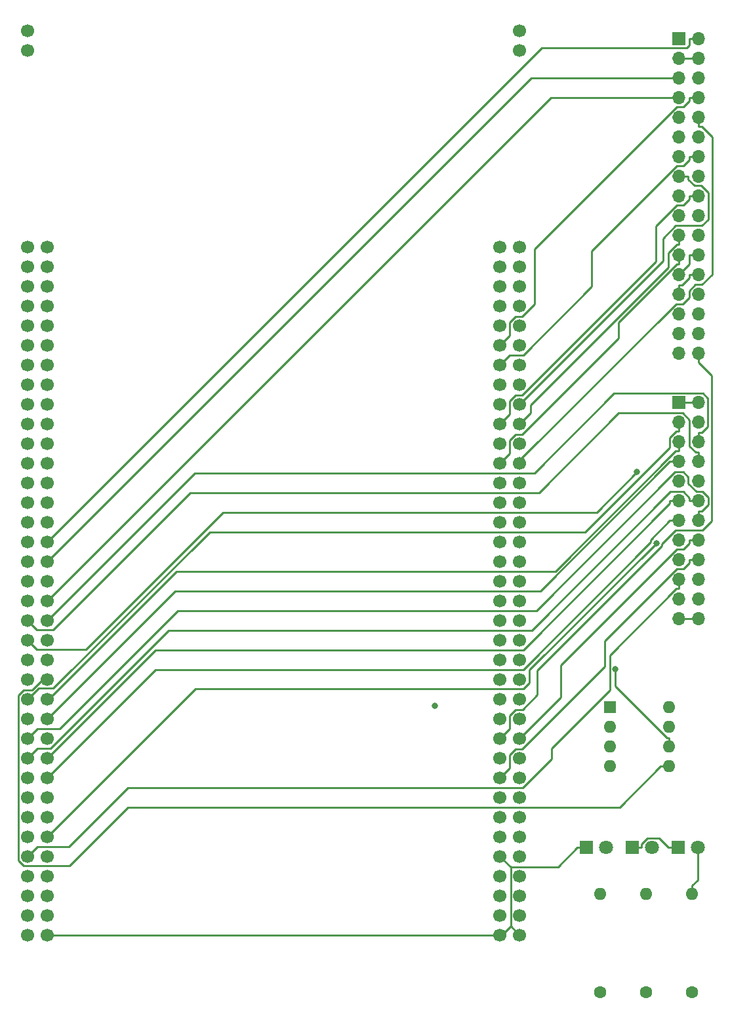
<source format=gbr>
%TF.GenerationSoftware,KiCad,Pcbnew,(5.1.10)-1*%
%TF.CreationDate,2022-06-15T22:29:57+09:00*%
%TF.ProjectId,2022_barami,32303232-5f62-4617-9261-6d692e6b6963,rev?*%
%TF.SameCoordinates,Original*%
%TF.FileFunction,Copper,L2,Inr*%
%TF.FilePolarity,Positive*%
%FSLAX46Y46*%
G04 Gerber Fmt 4.6, Leading zero omitted, Abs format (unit mm)*
G04 Created by KiCad (PCBNEW (5.1.10)-1) date 2022-06-15 22:29:57*
%MOMM*%
%LPD*%
G01*
G04 APERTURE LIST*
%TA.AperFunction,ComponentPad*%
%ADD10C,1.700000*%
%TD*%
%TA.AperFunction,ComponentPad*%
%ADD11O,1.600000X1.600000*%
%TD*%
%TA.AperFunction,ComponentPad*%
%ADD12C,1.600000*%
%TD*%
%TA.AperFunction,ComponentPad*%
%ADD13R,1.600000X1.600000*%
%TD*%
%TA.AperFunction,ComponentPad*%
%ADD14O,1.700000X1.700000*%
%TD*%
%TA.AperFunction,ComponentPad*%
%ADD15R,1.700000X1.700000*%
%TD*%
%TA.AperFunction,ComponentPad*%
%ADD16C,1.800000*%
%TD*%
%TA.AperFunction,ComponentPad*%
%ADD17R,1.800000X1.800000*%
%TD*%
%TA.AperFunction,ViaPad*%
%ADD18C,0.800000*%
%TD*%
%TA.AperFunction,Conductor*%
%ADD19C,0.250000*%
%TD*%
G04 APERTURE END LIST*
D10*
%TO.N,N/C*%
%TO.C,U1*%
X143260000Y-45910000D03*
X143260000Y-43370000D03*
X79760000Y-45910000D03*
X79760000Y-43370000D03*
%TO.N,GND*%
X143260000Y-160210000D03*
X140720000Y-160210000D03*
%TO.N,QUADSPI_BK1_NCS*%
X143260000Y-157670000D03*
%TO.N,N/C*%
X140720000Y-157670000D03*
X143260000Y-155130000D03*
X140720000Y-155130000D03*
%TO.N,LCD_G7*%
X143260000Y-152590000D03*
%TO.N,LCD_B3*%
X140720000Y-152590000D03*
%TO.N,N/C*%
X143260000Y-150050000D03*
%TO.N,GND*%
X140720000Y-150050000D03*
%TO.N,N/C*%
X143260000Y-147510000D03*
X140720000Y-147510000D03*
X143260000Y-144970000D03*
X140720000Y-144970000D03*
X143260000Y-142430000D03*
X140720000Y-142430000D03*
%TO.N,LCD_G3*%
X143260000Y-139890000D03*
%TO.N,TIM1_CH3*%
X140720000Y-139890000D03*
%TO.N,GND*%
X143260000Y-137350000D03*
%TO.N,LCD_R7*%
X140720000Y-137350000D03*
%TO.N,TIM1_CH1*%
X143260000Y-134810000D03*
%TO.N,LCD_CLK*%
X140720000Y-134810000D03*
%TO.N,N/C*%
X143260000Y-132270000D03*
%TO.N,LCD_B4*%
X140720000Y-132270000D03*
%TO.N,N/C*%
X143260000Y-129730000D03*
X140720000Y-129730000D03*
X143260000Y-127190000D03*
%TO.N,QUADSPI_BK1_IO0*%
X140720000Y-127190000D03*
%TO.N,N/C*%
X143260000Y-124650000D03*
%TO.N,QUADSPI_BK1_IO1*%
X140720000Y-124650000D03*
%TO.N,N/C*%
X143260000Y-122110000D03*
X140720000Y-122110000D03*
X143260000Y-119570000D03*
%TO.N,GND*%
X140720000Y-119570000D03*
%TO.N,N/C*%
X143260000Y-117030000D03*
%TO.N,LCD_B5*%
X140720000Y-117030000D03*
%TO.N,N/C*%
X143260000Y-114490000D03*
X140720000Y-114490000D03*
X143260000Y-111950000D03*
X140720000Y-111950000D03*
%TO.N,GND*%
X143260000Y-109410000D03*
%TO.N,SPI1_SCK*%
X140720000Y-109410000D03*
%TO.N,N/C*%
X143260000Y-106870000D03*
X140720000Y-106870000D03*
X143260000Y-104330000D03*
X140720000Y-104330000D03*
%TO.N,USART1_RX*%
X143260000Y-101790000D03*
%TO.N,LCD_G4*%
X140720000Y-101790000D03*
%TO.N,LCD_R6*%
X143260000Y-99250000D03*
%TO.N,LCD_B3*%
X140720000Y-99250000D03*
%TO.N,QUADSPI_CLK*%
X143260000Y-96710000D03*
%TO.N,N/C*%
X140720000Y-96710000D03*
%TO.N,GND*%
X143260000Y-94170000D03*
%TO.N,LCD_G6*%
X140720000Y-94170000D03*
%TO.N,LCD_G5*%
X143260000Y-91630000D03*
%TO.N,USART1_TX*%
X140720000Y-91630000D03*
%TO.N,N/C*%
X143260000Y-89090000D03*
X140720000Y-89090000D03*
X143260000Y-86550000D03*
%TO.N,LCD_G2*%
X140720000Y-86550000D03*
%TO.N,N/C*%
X143260000Y-84010000D03*
%TO.N,LCD_R4*%
X140720000Y-84010000D03*
%TO.N,N/C*%
X143260000Y-81470000D03*
%TO.N,GND*%
X140720000Y-81470000D03*
%TO.N,N/C*%
X143260000Y-78930000D03*
X140720000Y-78930000D03*
X143260000Y-76390000D03*
%TO.N,LCD_B7*%
X140720000Y-76390000D03*
%TO.N,LCD_HSYNC*%
X143260000Y-73850000D03*
%TO.N,LCD_B6*%
X140720000Y-73850000D03*
%TO.N,N/C*%
X143260000Y-71310000D03*
X140720000Y-71310000D03*
%TO.N,GND*%
X82300000Y-160210000D03*
X79760000Y-160210000D03*
%TO.N,N/C*%
X82300000Y-157670000D03*
X79760000Y-157670000D03*
X82300000Y-155130000D03*
X79760000Y-155130000D03*
X82300000Y-152590000D03*
X79760000Y-152590000D03*
X82300000Y-150050000D03*
%TO.N,SPI1_MISO*%
X79760000Y-150050000D03*
%TO.N,SAI1_SD_A*%
X82300000Y-147510000D03*
%TO.N,N/C*%
X79760000Y-147510000D03*
%TO.N,GND*%
X82300000Y-144970000D03*
%TO.N,N/C*%
X79760000Y-144970000D03*
X82300000Y-142430000D03*
%TO.N,LED_ERR*%
X79760000Y-142430000D03*
%TO.N,SAI1_FS_B*%
X82300000Y-139890000D03*
%TO.N,LED_RUN*%
X79760000Y-139890000D03*
%TO.N,SAI1_SCK_B*%
X82300000Y-137350000D03*
%TO.N,I2C2_SDA*%
X79760000Y-137350000D03*
%TO.N,N/C*%
X82300000Y-134810000D03*
%TO.N,I2C2_SCL*%
X79760000Y-134810000D03*
%TO.N,SAI1_SCK_A*%
X82300000Y-132270000D03*
%TO.N,GND*%
X79760000Y-132270000D03*
%TO.N,SAI1_FS_A*%
X82300000Y-129730000D03*
%TO.N,SAI1_SD_B*%
X79760000Y-129730000D03*
%TO.N,QUADSPI_BK1_IO2*%
X82300000Y-127190000D03*
%TO.N,SPI1_MOSI*%
X79760000Y-127190000D03*
%TO.N,N/C*%
X82300000Y-124650000D03*
X79760000Y-124650000D03*
X82300000Y-122110000D03*
%TO.N,GPIO_EXT3*%
X79760000Y-122110000D03*
%TO.N,GPIO_EXT1*%
X82300000Y-119570000D03*
%TO.N,GPIO_EXT2*%
X79760000Y-119570000D03*
%TO.N,LCD_R5*%
X82300000Y-117030000D03*
%TO.N,N/C*%
X79760000Y-117030000D03*
X82300000Y-114490000D03*
X79760000Y-114490000D03*
%TO.N,LCD_R3*%
X82300000Y-111950000D03*
%TO.N,N/C*%
X79760000Y-111950000D03*
%TO.N,LCD_VSYNC*%
X82300000Y-109410000D03*
%TO.N,N/C*%
X79760000Y-109410000D03*
X82300000Y-106870000D03*
X79760000Y-106870000D03*
X82300000Y-104330000D03*
X79760000Y-104330000D03*
X82300000Y-101790000D03*
X79760000Y-101790000D03*
X82300000Y-99250000D03*
X79760000Y-99250000D03*
%TO.N,GND*%
X82300000Y-96710000D03*
%TO.N,N/C*%
X79760000Y-96710000D03*
%TO.N,GND*%
X82300000Y-94170000D03*
X79760000Y-94170000D03*
%TO.N,N/C*%
X82300000Y-91630000D03*
%TO.N,SPI1_NSS*%
X79760000Y-91630000D03*
%TO.N,+3V3*%
X82300000Y-89090000D03*
%TO.N,N/C*%
X79760000Y-89090000D03*
X82300000Y-86550000D03*
%TO.N,LCD_BLK*%
X79760000Y-86550000D03*
%TO.N,N/C*%
X82300000Y-84010000D03*
X79760000Y-84010000D03*
X82300000Y-81470000D03*
%TO.N,QUADSPI_BK1_IO3*%
X79760000Y-81470000D03*
%TO.N,GND*%
X82300000Y-78930000D03*
%TO.N,N/C*%
X79760000Y-78930000D03*
X82300000Y-76390000D03*
X79760000Y-76390000D03*
%TO.N,LED_ACT*%
X82300000Y-73850000D03*
%TO.N,N/C*%
X79760000Y-73850000D03*
X82300000Y-71310000D03*
X79760000Y-71310000D03*
%TD*%
D11*
%TO.N,Net-(D3-Pad2)*%
%TO.C,R3*%
X165532000Y-154940000D03*
D12*
%TO.N,LED_ACT*%
X165532000Y-167640000D03*
%TD*%
D11*
%TO.N,Net-(D2-Pad2)*%
%TO.C,R2*%
X159591000Y-154940000D03*
D12*
%TO.N,LED_RUN*%
X159591000Y-167640000D03*
%TD*%
D11*
%TO.N,Net-(D1-Pad2)*%
%TO.C,R1*%
X153670000Y-154940000D03*
D12*
%TO.N,LED_ERR*%
X153670000Y-167640000D03*
%TD*%
D11*
%TO.N,QUADSPI_BK1_IO0*%
%TO.C,U2*%
X162560000Y-130810000D03*
%TO.N,QUADSPI_BK1_IO3*%
X154940000Y-138430000D03*
%TO.N,GND*%
X162560000Y-133350000D03*
%TO.N,QUADSPI_BK1_IO1*%
X154940000Y-135890000D03*
%TO.N,QUADSPI_CLK*%
X162560000Y-135890000D03*
%TO.N,+3V3*%
X154940000Y-133350000D03*
%TO.N,QUADSPI_BK1_IO2*%
X162560000Y-138430000D03*
D13*
%TO.N,QUADSPI_BK1_NCS*%
X154940000Y-130810000D03*
%TD*%
D14*
%TO.N,GND*%
%TO.C,J2*%
X166370000Y-119380000D03*
X163830000Y-119380000D03*
%TO.N,USART1_RX*%
X166370000Y-116840000D03*
%TO.N,SPI1_MOSI*%
X163830000Y-116840000D03*
%TO.N,USART1_TX*%
X166370000Y-114300000D03*
%TO.N,SPI1_MISO*%
X163830000Y-114300000D03*
%TO.N,TIM1_CH3*%
X166370000Y-111760000D03*
%TO.N,SPI1_NSS*%
X163830000Y-111760000D03*
%TO.N,TIM1_CH1*%
X166370000Y-109220000D03*
%TO.N,SPI1_SCK*%
X163830000Y-109220000D03*
%TO.N,I2C2_SCL*%
X166370000Y-106680000D03*
%TO.N,SAI1_FS_B*%
X163830000Y-106680000D03*
%TO.N,I2C2_SDA*%
X166370000Y-104140000D03*
%TO.N,SAI1_SCK_B*%
X163830000Y-104140000D03*
%TO.N,GPIO_EXT3*%
X166370000Y-101600000D03*
%TO.N,SAI1_SD_A*%
X163830000Y-101600000D03*
%TO.N,GPIO_EXT2*%
X166370000Y-99060000D03*
%TO.N,SAI1_SCK_A*%
X163830000Y-99060000D03*
%TO.N,GPIO_EXT1*%
X166370000Y-96520000D03*
%TO.N,SAI1_FS_A*%
X163830000Y-96520000D03*
%TO.N,N/C*%
X166370000Y-93980000D03*
%TO.N,SAI1_SD_B*%
X163830000Y-93980000D03*
%TO.N,+3V3*%
X166370000Y-91440000D03*
D15*
X163830000Y-91440000D03*
%TD*%
D16*
%TO.N,Net-(D3-Pad2)*%
%TO.C,D3*%
X166225000Y-148935000D03*
D17*
%TO.N,GND*%
X163685000Y-148935000D03*
%TD*%
D16*
%TO.N,Net-(D2-Pad2)*%
%TO.C,D2*%
X160325000Y-148935000D03*
D17*
%TO.N,GND*%
X157785000Y-148935000D03*
%TD*%
D16*
%TO.N,Net-(D1-Pad2)*%
%TO.C,D1*%
X154425000Y-148935000D03*
D17*
%TO.N,GND*%
X151885000Y-148935000D03*
%TD*%
D14*
%TO.N,LCD_CLK*%
%TO.C,J1*%
X166370000Y-85090000D03*
%TO.N,LCD_B7*%
X163830000Y-85090000D03*
%TO.N,LCD_B6*%
X166370000Y-82550000D03*
%TO.N,GND*%
X163830000Y-82550000D03*
%TO.N,LCD_B5*%
X166370000Y-80010000D03*
%TO.N,LCD_B4*%
X163830000Y-80010000D03*
%TO.N,N/C*%
X166370000Y-77470000D03*
%TO.N,GND*%
X163830000Y-77470000D03*
X166370000Y-74930000D03*
%TO.N,+3V3*%
X163830000Y-74930000D03*
X166370000Y-72390000D03*
%TO.N,LCD_B3*%
X163830000Y-72390000D03*
%TO.N,GND*%
X166370000Y-69850000D03*
X163830000Y-69850000D03*
%TO.N,LCD_BLK*%
X166370000Y-67310000D03*
%TO.N,GND*%
X163830000Y-67310000D03*
%TO.N,LCD_G6*%
X166370000Y-64770000D03*
%TO.N,LCD_G7*%
X163830000Y-64770000D03*
%TO.N,LCD_G4*%
X166370000Y-62230000D03*
%TO.N,LCD_G5*%
X163830000Y-62230000D03*
%TO.N,LCD_G2*%
X166370000Y-59690000D03*
%TO.N,LCD_G3*%
X163830000Y-59690000D03*
%TO.N,GND*%
X166370000Y-57150000D03*
X163830000Y-57150000D03*
%TO.N,LCD_R6*%
X166370000Y-54610000D03*
%TO.N,LCD_R7*%
X163830000Y-54610000D03*
%TO.N,LCD_R4*%
X166370000Y-52070000D03*
%TO.N,LCD_R5*%
X163830000Y-52070000D03*
%TO.N,GND*%
X166370000Y-49530000D03*
%TO.N,LCD_R3*%
X163830000Y-49530000D03*
%TO.N,GND*%
X166370000Y-46990000D03*
X163830000Y-46990000D03*
%TO.N,LCD_VSYNC*%
X166370000Y-44450000D03*
D15*
%TO.N,LCD_HSYNC*%
X163830000Y-44450000D03*
%TD*%
D18*
%TO.N,GPIO_EXT3*%
X158377000Y-100422000D03*
%TO.N,SAI1_SD_A*%
X160882000Y-109608000D03*
%TO.N,QUADSPI_CLK*%
X155609000Y-125903000D03*
%TO.N,QUADSPI_BK1_IO3*%
X132271000Y-130573000D03*
%TD*%
D19*
%TO.N,LCD_CLK*%
X166370000Y-85090000D02*
X166370000Y-86265300D01*
X166370000Y-86265300D02*
X168051000Y-87946200D01*
X168051000Y-87946200D02*
X168051000Y-106720000D01*
X168051000Y-106720000D02*
X166820000Y-107950000D01*
X166820000Y-107950000D02*
X163382000Y-107950000D01*
X163382000Y-107950000D02*
X161608000Y-109724000D01*
X161608000Y-109724000D02*
X161608000Y-109909000D01*
X161608000Y-109909000D02*
X145505000Y-126012000D01*
X145505000Y-126012000D02*
X145505000Y-129204000D01*
X145505000Y-129204000D02*
X143615000Y-131095000D01*
X143615000Y-131095000D02*
X142734000Y-131095000D01*
X142734000Y-131095000D02*
X141990000Y-131839000D01*
X141990000Y-131839000D02*
X141990000Y-133540000D01*
X141990000Y-133540000D02*
X140720000Y-134810000D01*
%TO.N,+3V3*%
X166370000Y-72390000D02*
X165195000Y-72390000D01*
X165195000Y-72390000D02*
X165195000Y-73565300D01*
X165195000Y-73565300D02*
X163830000Y-74930000D01*
X166370000Y-91440000D02*
X163830000Y-91440000D01*
%TO.N,LCD_B3*%
X163830000Y-72390000D02*
X163830000Y-73565300D01*
X163830000Y-73565300D02*
X163526000Y-73565300D01*
X163526000Y-73565300D02*
X156013000Y-81078200D01*
X156013000Y-81078200D02*
X156013000Y-83079600D01*
X156013000Y-83079600D02*
X143558000Y-95534600D01*
X143558000Y-95534600D02*
X142734000Y-95534600D01*
X142734000Y-95534600D02*
X141990000Y-96279000D01*
X141990000Y-96279000D02*
X141990000Y-97980000D01*
X141990000Y-97980000D02*
X140720000Y-99250000D01*
%TO.N,LCD_G6*%
X166370000Y-64770000D02*
X165195000Y-64770000D01*
X165195000Y-64770000D02*
X165195000Y-65137400D01*
X165195000Y-65137400D02*
X164387000Y-65945300D01*
X164387000Y-65945300D02*
X163522000Y-65945300D01*
X163522000Y-65945300D02*
X160837000Y-68629900D01*
X160837000Y-68629900D02*
X160837000Y-73179200D01*
X160837000Y-73179200D02*
X143562000Y-90454600D01*
X143562000Y-90454600D02*
X142734000Y-90454600D01*
X142734000Y-90454600D02*
X141990000Y-91199000D01*
X141990000Y-91199000D02*
X141990000Y-92900000D01*
X141990000Y-92900000D02*
X140720000Y-94170000D01*
%TO.N,LCD_G5*%
X163830000Y-62230000D02*
X165005000Y-62230000D01*
X165005000Y-62230000D02*
X165005000Y-62597400D01*
X165005000Y-62597400D02*
X165813000Y-63405300D01*
X165813000Y-63405300D02*
X166687000Y-63405300D01*
X166687000Y-63405300D02*
X167572000Y-64291200D01*
X167572000Y-64291200D02*
X167572000Y-67785500D01*
X167572000Y-67785500D02*
X166778000Y-68580000D01*
X166778000Y-68580000D02*
X163411000Y-68580000D01*
X163411000Y-68580000D02*
X161754000Y-70236500D01*
X161754000Y-70236500D02*
X161754000Y-73135900D01*
X161754000Y-73135900D02*
X143260000Y-91630000D01*
%TO.N,LCD_G2*%
X166370000Y-59690000D02*
X165195000Y-59690000D01*
X165195000Y-59690000D02*
X165195000Y-60057400D01*
X165195000Y-60057400D02*
X164387000Y-60865300D01*
X164387000Y-60865300D02*
X163532000Y-60865300D01*
X163532000Y-60865300D02*
X152570000Y-71826400D01*
X152570000Y-71826400D02*
X152570000Y-76400500D01*
X152570000Y-76400500D02*
X143691000Y-85280000D01*
X143691000Y-85280000D02*
X141990000Y-85280000D01*
X141990000Y-85280000D02*
X140720000Y-86550000D01*
%TO.N,LCD_R6*%
X166370000Y-54610000D02*
X166370000Y-55785300D01*
X166370000Y-55785300D02*
X166737000Y-55785300D01*
X166737000Y-55785300D02*
X168076000Y-57123700D01*
X168076000Y-57123700D02*
X168076000Y-74905500D01*
X168076000Y-74905500D02*
X166781000Y-76200000D01*
X166781000Y-76200000D02*
X165956000Y-76200000D01*
X165956000Y-76200000D02*
X165133000Y-77022400D01*
X165133000Y-77022400D02*
X165133000Y-77830800D01*
X165133000Y-77830800D02*
X164289000Y-78675300D01*
X164289000Y-78675300D02*
X163438000Y-78675300D01*
X163438000Y-78675300D02*
X143260000Y-98852800D01*
X143260000Y-98852800D02*
X143260000Y-99250000D01*
%TO.N,LCD_R4*%
X166370000Y-52070000D02*
X165195000Y-52070000D01*
X165195000Y-52070000D02*
X165195000Y-52437400D01*
X165195000Y-52437400D02*
X164387000Y-53245300D01*
X164387000Y-53245300D02*
X163514000Y-53245300D01*
X163514000Y-53245300D02*
X145160000Y-71598600D01*
X145160000Y-71598600D02*
X145160000Y-78712700D01*
X145160000Y-78712700D02*
X143578000Y-80294600D01*
X143578000Y-80294600D02*
X142734000Y-80294600D01*
X142734000Y-80294600D02*
X141990000Y-81039000D01*
X141990000Y-81039000D02*
X141990000Y-82740000D01*
X141990000Y-82740000D02*
X140720000Y-84010000D01*
%TO.N,LCD_R5*%
X163830000Y-52070000D02*
X147260000Y-52070000D01*
X147260000Y-52070000D02*
X82300000Y-117030000D01*
%TO.N,LCD_R3*%
X82300000Y-111950000D02*
X144720000Y-49530000D01*
X144720000Y-49530000D02*
X163830000Y-49530000D01*
%TO.N,LCD_VSYNC*%
X166370000Y-44450000D02*
X165195000Y-44450000D01*
X165195000Y-44450000D02*
X165195000Y-45258100D01*
X165195000Y-45258100D02*
X164828000Y-45625300D01*
X164828000Y-45625300D02*
X146085000Y-45625300D01*
X146085000Y-45625300D02*
X82300000Y-109410000D01*
%TO.N,GND*%
X142085000Y-159035000D02*
X140909000Y-160210000D01*
X140909000Y-160210000D02*
X140720000Y-160210000D01*
X143260000Y-160210000D02*
X142085000Y-159035000D01*
X142085000Y-151415000D02*
X142085000Y-159035000D01*
X140720000Y-150050000D02*
X142085000Y-151415000D01*
X140720000Y-160210000D02*
X82300000Y-160210000D01*
X151885000Y-148935000D02*
X150660000Y-148935000D01*
X150660000Y-148935000D02*
X148180000Y-151415000D01*
X148180000Y-151415000D02*
X142085000Y-151415000D01*
X157785000Y-148935000D02*
X159010000Y-148935000D01*
X159010000Y-148935000D02*
X159010000Y-148476000D01*
X159010000Y-148476000D02*
X159776000Y-147710000D01*
X159776000Y-147710000D02*
X161234000Y-147710000D01*
X161234000Y-147710000D02*
X162460000Y-148935000D01*
X162460000Y-148935000D02*
X163685000Y-148935000D01*
X163830000Y-69850000D02*
X163830000Y-71025300D01*
X163830000Y-71025300D02*
X163522000Y-71025300D01*
X163522000Y-71025300D02*
X162430000Y-72117300D01*
X162430000Y-72117300D02*
X162430000Y-73939000D01*
X162430000Y-73939000D02*
X144625000Y-91743900D01*
X144625000Y-91743900D02*
X144625000Y-92805400D01*
X144625000Y-92805400D02*
X143260000Y-94170000D01*
X163830000Y-119380000D02*
X166370000Y-119380000D01*
X166370000Y-74930000D02*
X165195000Y-74930000D01*
X165195000Y-74930000D02*
X165195000Y-75297300D01*
X165195000Y-75297300D02*
X164197000Y-76294700D01*
X164197000Y-76294700D02*
X163830000Y-76294700D01*
X163830000Y-76294700D02*
X163830000Y-77470000D01*
X163830000Y-46990000D02*
X166370000Y-46990000D01*
%TO.N,Net-(D3-Pad2)*%
X165532000Y-154940000D02*
X165532000Y-153815000D01*
X165532000Y-153815000D02*
X166225000Y-153122000D01*
X166225000Y-153122000D02*
X166225000Y-148935000D01*
%TO.N,SPI1_MISO*%
X163830000Y-114300000D02*
X163830000Y-115475000D01*
X163830000Y-115475000D02*
X163463000Y-115475000D01*
X163463000Y-115475000D02*
X154883000Y-124055000D01*
X154883000Y-124055000D02*
X154883000Y-128600000D01*
X154883000Y-128600000D02*
X147369000Y-136114000D01*
X147369000Y-136114000D02*
X147369000Y-137454000D01*
X147369000Y-137454000D02*
X143663000Y-141160000D01*
X143663000Y-141160000D02*
X92643600Y-141160000D01*
X92643600Y-141160000D02*
X85023600Y-148780000D01*
X85023600Y-148780000D02*
X81030000Y-148780000D01*
X81030000Y-148780000D02*
X79760000Y-150050000D01*
%TO.N,TIM1_CH3*%
X166370000Y-111760000D02*
X165195000Y-111760000D01*
X165195000Y-111760000D02*
X165195000Y-112127000D01*
X165195000Y-112127000D02*
X164387000Y-112935000D01*
X164387000Y-112935000D02*
X163514000Y-112935000D01*
X163514000Y-112935000D02*
X154206000Y-122243000D01*
X154206000Y-122243000D02*
X154206000Y-125526000D01*
X154206000Y-125526000D02*
X143558000Y-136175000D01*
X143558000Y-136175000D02*
X142734000Y-136175000D01*
X142734000Y-136175000D02*
X141990000Y-136919000D01*
X141990000Y-136919000D02*
X141990000Y-138620000D01*
X141990000Y-138620000D02*
X140720000Y-139890000D01*
%TO.N,TIM1_CH1*%
X166370000Y-109220000D02*
X165195000Y-109220000D01*
X165195000Y-109220000D02*
X165195000Y-109587000D01*
X165195000Y-109587000D02*
X164387000Y-110395000D01*
X164387000Y-110395000D02*
X163532000Y-110395000D01*
X163532000Y-110395000D02*
X148580000Y-125348000D01*
X148580000Y-125348000D02*
X148580000Y-129490000D01*
X148580000Y-129490000D02*
X143260000Y-134810000D01*
%TO.N,I2C2_SCL*%
X166370000Y-106680000D02*
X166370000Y-105505000D01*
X166370000Y-105505000D02*
X166737000Y-105505000D01*
X166737000Y-105505000D02*
X167596000Y-104646000D01*
X167596000Y-104646000D02*
X167596000Y-103696000D01*
X167596000Y-103696000D02*
X166847000Y-102947000D01*
X166847000Y-102947000D02*
X166052000Y-102947000D01*
X166052000Y-102947000D02*
X165005000Y-101900000D01*
X165005000Y-101900000D02*
X165005000Y-101074000D01*
X165005000Y-101074000D02*
X164354000Y-100423000D01*
X164354000Y-100423000D02*
X163294000Y-100423000D01*
X163294000Y-100423000D02*
X145418000Y-118300000D01*
X145418000Y-118300000D02*
X99126900Y-118300000D01*
X99126900Y-118300000D02*
X83886900Y-133540000D01*
X83886900Y-133540000D02*
X81030000Y-133540000D01*
X81030000Y-133540000D02*
X79760000Y-134810000D01*
%TO.N,SAI1_FS_B*%
X163830000Y-106680000D02*
X162655000Y-106680000D01*
X162655000Y-106680000D02*
X160157000Y-109178000D01*
X160157000Y-109178000D02*
X160157000Y-109461000D01*
X160157000Y-109461000D02*
X143698000Y-125920000D01*
X143698000Y-125920000D02*
X96270000Y-125920000D01*
X96270000Y-125920000D02*
X82300000Y-139890000D01*
%TO.N,I2C2_SDA*%
X166370000Y-104140000D02*
X165195000Y-104140000D01*
X165195000Y-104140000D02*
X165195000Y-103773000D01*
X165195000Y-103773000D02*
X164368000Y-102946000D01*
X164368000Y-102946000D02*
X162722000Y-102946000D01*
X162722000Y-102946000D02*
X144829000Y-120840000D01*
X144829000Y-120840000D02*
X97967800Y-120840000D01*
X97967800Y-120840000D02*
X82727800Y-136080000D01*
X82727800Y-136080000D02*
X81030000Y-136080000D01*
X81030000Y-136080000D02*
X79760000Y-137350000D01*
%TO.N,SAI1_SCK_B*%
X163830000Y-104140000D02*
X162655000Y-104140000D01*
X162655000Y-104140000D02*
X162655000Y-104434000D01*
X162655000Y-104434000D02*
X143708000Y-123380000D01*
X143708000Y-123380000D02*
X96270000Y-123380000D01*
X96270000Y-123380000D02*
X82300000Y-137350000D01*
%TO.N,GPIO_EXT3*%
X79760000Y-122110000D02*
X80950600Y-123301000D01*
X80950600Y-123301000D02*
X87286700Y-123301000D01*
X87286700Y-123301000D02*
X104987000Y-105600000D01*
X104987000Y-105600000D02*
X153199000Y-105600000D01*
X153199000Y-105600000D02*
X158377000Y-100422000D01*
%TO.N,SAI1_SD_A*%
X160882000Y-109608000D02*
X144530000Y-125961000D01*
X144530000Y-125961000D02*
X144530000Y-127614000D01*
X144530000Y-127614000D02*
X143737000Y-128407000D01*
X143737000Y-128407000D02*
X101403000Y-128407000D01*
X101403000Y-128407000D02*
X82300000Y-147510000D01*
%TO.N,GPIO_EXT2*%
X166370000Y-99060000D02*
X166370000Y-97884700D01*
X166370000Y-97884700D02*
X166003000Y-97884700D01*
X166003000Y-97884700D02*
X165195000Y-97076800D01*
X165195000Y-97076800D02*
X165195000Y-93679900D01*
X165195000Y-93679900D02*
X164312000Y-92797200D01*
X164312000Y-92797200D02*
X155986000Y-92797200D01*
X155986000Y-92797200D02*
X145724000Y-103060000D01*
X145724000Y-103060000D02*
X100710000Y-103060000D01*
X100710000Y-103060000D02*
X83009600Y-120761000D01*
X83009600Y-120761000D02*
X80950600Y-120761000D01*
X80950600Y-120761000D02*
X79760000Y-119570000D01*
%TO.N,SAI1_SCK_A*%
X82300000Y-132270000D02*
X98810000Y-115760000D01*
X98810000Y-115760000D02*
X145955000Y-115760000D01*
X145955000Y-115760000D02*
X162655000Y-99060000D01*
X162655000Y-99060000D02*
X163830000Y-99060000D01*
%TO.N,GPIO_EXT1*%
X166370000Y-96520000D02*
X166370000Y-95344700D01*
X166370000Y-95344700D02*
X166737000Y-95344700D01*
X166737000Y-95344700D02*
X167553000Y-94529200D01*
X167553000Y-94529200D02*
X167553000Y-90896300D01*
X167553000Y-90896300D02*
X166916000Y-90259800D01*
X166916000Y-90259800D02*
X155432000Y-90259800D01*
X155432000Y-90259800D02*
X145171000Y-100520000D01*
X145171000Y-100520000D02*
X101350000Y-100520000D01*
X101350000Y-100520000D02*
X82300000Y-119570000D01*
%TO.N,SAI1_FS_A*%
X163830000Y-96520000D02*
X163830000Y-97695300D01*
X163830000Y-97695300D02*
X163365000Y-97695300D01*
X163365000Y-97695300D02*
X147841000Y-113220000D01*
X147841000Y-113220000D02*
X98941700Y-113220000D01*
X98941700Y-113220000D02*
X82431700Y-129730000D01*
X82431700Y-129730000D02*
X82300000Y-129730000D01*
%TO.N,SAI1_SD_B*%
X163830000Y-93980000D02*
X163830000Y-95155300D01*
X163830000Y-95155300D02*
X163463000Y-95155300D01*
X163463000Y-95155300D02*
X162655000Y-95963200D01*
X162655000Y-95963200D02*
X162655000Y-97214000D01*
X162655000Y-97214000D02*
X151729000Y-108140000D01*
X151729000Y-108140000D02*
X103253000Y-108140000D01*
X103253000Y-108140000D02*
X83027800Y-128365000D01*
X83027800Y-128365000D02*
X81124600Y-128365000D01*
X81124600Y-128365000D02*
X79760000Y-129730000D01*
%TO.N,QUADSPI_CLK*%
X162560000Y-135890000D02*
X162560000Y-134765000D01*
X162560000Y-134765000D02*
X162279000Y-134765000D01*
X162279000Y-134765000D02*
X155609000Y-128095000D01*
X155609000Y-128095000D02*
X155609000Y-125903000D01*
%TO.N,QUADSPI_BK1_IO2*%
X162560000Y-138430000D02*
X161435000Y-138430000D01*
X161435000Y-138430000D02*
X156165000Y-143700000D01*
X156165000Y-143700000D02*
X92643600Y-143700000D01*
X92643600Y-143700000D02*
X85111600Y-151232000D01*
X85111600Y-151232000D02*
X79200900Y-151232000D01*
X79200900Y-151232000D02*
X78538900Y-150570000D01*
X78538900Y-150570000D02*
X78538900Y-129230000D01*
X78538900Y-129230000D02*
X79214400Y-128555000D01*
X79214400Y-128555000D02*
X80283000Y-128555000D01*
X80283000Y-128555000D02*
X81647600Y-127190000D01*
X81647600Y-127190000D02*
X82300000Y-127190000D01*
%TD*%
M02*

</source>
